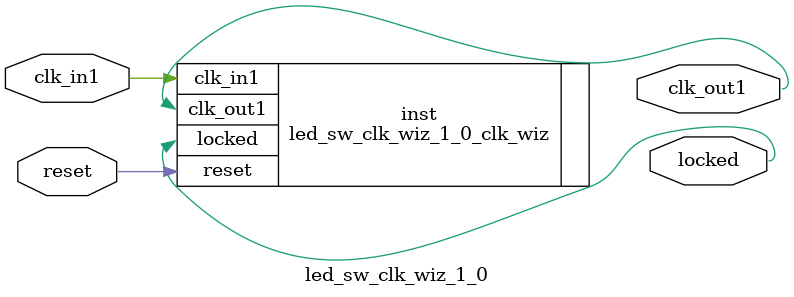
<source format=v>


`timescale 1ps/1ps

(* CORE_GENERATION_INFO = "led_sw_clk_wiz_1_0,clk_wiz_v6_0_2_0_0,{component_name=led_sw_clk_wiz_1_0,use_phase_alignment=true,use_min_o_jitter=false,use_max_i_jitter=false,use_dyn_phase_shift=false,use_inclk_switchover=false,use_dyn_reconfig=false,enable_axi=0,feedback_source=FDBK_AUTO,PRIMITIVE=MMCM,num_out_clk=1,clkin1_period=10.000,clkin2_period=10.000,use_power_down=false,use_reset=true,use_locked=true,use_inclk_stopped=false,feedback_type=SINGLE,CLOCK_MGR_TYPE=NA,manual_override=false}" *)

module led_sw_clk_wiz_1_0 
 (
  // Clock out ports
  output        clk_out1,
  // Status and control signals
  input         reset,
  output        locked,
 // Clock in ports
  input         clk_in1
 );

  led_sw_clk_wiz_1_0_clk_wiz inst
  (
  // Clock out ports  
  .clk_out1(clk_out1),
  // Status and control signals               
  .reset(reset), 
  .locked(locked),
 // Clock in ports
  .clk_in1(clk_in1)
  );

endmodule

</source>
